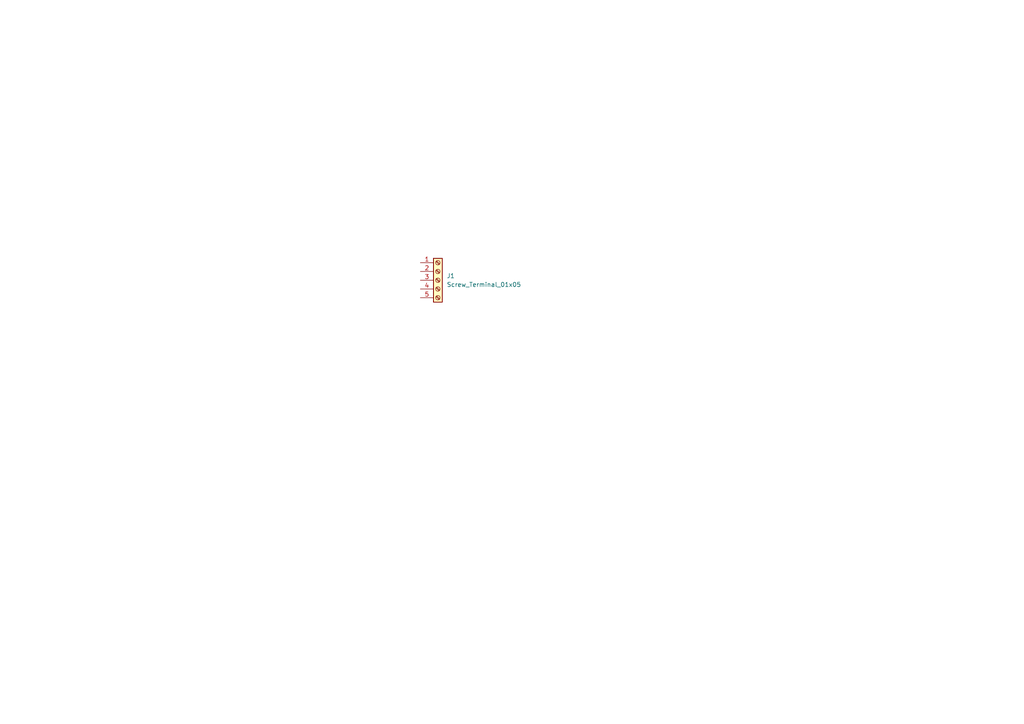
<source format=kicad_sch>
(kicad_sch (version 20231120) (generator "eeschema") (generator_version "8.0")
  (paper "A4")
  (lib_symbols
    (symbol "Connector:Screw_Terminal_01x05" (pin_names (offset 1.016) hide)
      (property "Reference" "J" (at 0 7.62 0))
      (property "Value" "Screw_Terminal_01x05" (at 0 -7.62 0))
      (symbol "Screw_Terminal_01x05_1_1"
        (rectangle (start -1.27 6.35) (end 1.27 -6.35) (stroke (width 0.254)) (fill (type background)))
        (circle (center 0 -5.08) (radius 0.635) (stroke (width 0.1524)))
        (circle (center 0 -2.54) (radius 0.635) (stroke (width 0.1524)))
        (polyline (pts (xy -0.5334 -4.7498) (xy 0.3302 -5.588)) (stroke (width 0.1524)))
        (polyline (pts (xy -0.5334 -2.2098) (xy 0.3302 -3.048)) (stroke (width 0.1524)))
        (polyline (pts (xy -0.5334 0.3302) (xy 0.3302 -0.508)) (stroke (width 0.1524)))
        (polyline (pts (xy -0.5334 2.8702) (xy 0.3302 2.032)) (stroke (width 0.1524)))
        (polyline (pts (xy -0.5334 5.4102) (xy 0.3302 4.572)) (stroke (width 0.1524)))
        (polyline (pts (xy -0.3556 -4.572) (xy 0.508 -5.4102)) (stroke (width 0.1524)))
        (polyline (pts (xy -0.3556 -2.032) (xy 0.508 -2.8702)) (stroke (width 0.1524)))
        (polyline (pts (xy -0.3556 0.508) (xy 0.508 -0.3302)) (stroke (width 0.1524)))
        (polyline (pts (xy -0.3556 3.048) (xy 0.508 2.2098)) (stroke (width 0.1524)))
        (polyline (pts (xy -0.3556 5.588) (xy 0.508 4.7498)) (stroke (width 0.1524)))
        (circle (center 0 0) (radius 0.635) (stroke (width 0.1524)))
        (circle (center 0 2.54) (radius 0.635) (stroke (width 0.1524)))
        (circle (center 0 5.08) (radius 0.635) (stroke (width 0.1524)))
        (pin passive line (at -5.08 5.08 0) (length 3.81) (name "Pin_1") (number "1"))
        (pin passive line (at -5.08 2.54 0) (length 3.81) (name "Pin_2") (number "2"))
        (pin passive line (at -5.08 0 0) (length 3.81) (name "Pin_3") (number "3"))
        (pin passive line (at -5.08 -2.54 0) (length 3.81) (name "Pin_4") (number "4"))
        (pin passive line (at -5.08 -5.08 0) (length 3.81) (name "Pin_5") (number "5"))
      )
    )
  )
  (symbol (lib_id "Connector:Screw_Terminal_01x05") (at 127 81.28 0) (unit 1)
    (property "Reference" "J1" (at 129.54 80.0099 0) (effects (justify left)))
    (property "Value" "Screw_Terminal_01x05" (at 129.54 82.5499 0) (effects (justify left)))
    (property "Description" "Generic screw terminal, single row, 01x05, script generated (kicad-library-utils/schlib/autogen/connector/)" (effects (hide yes)))
  )
)
</source>
